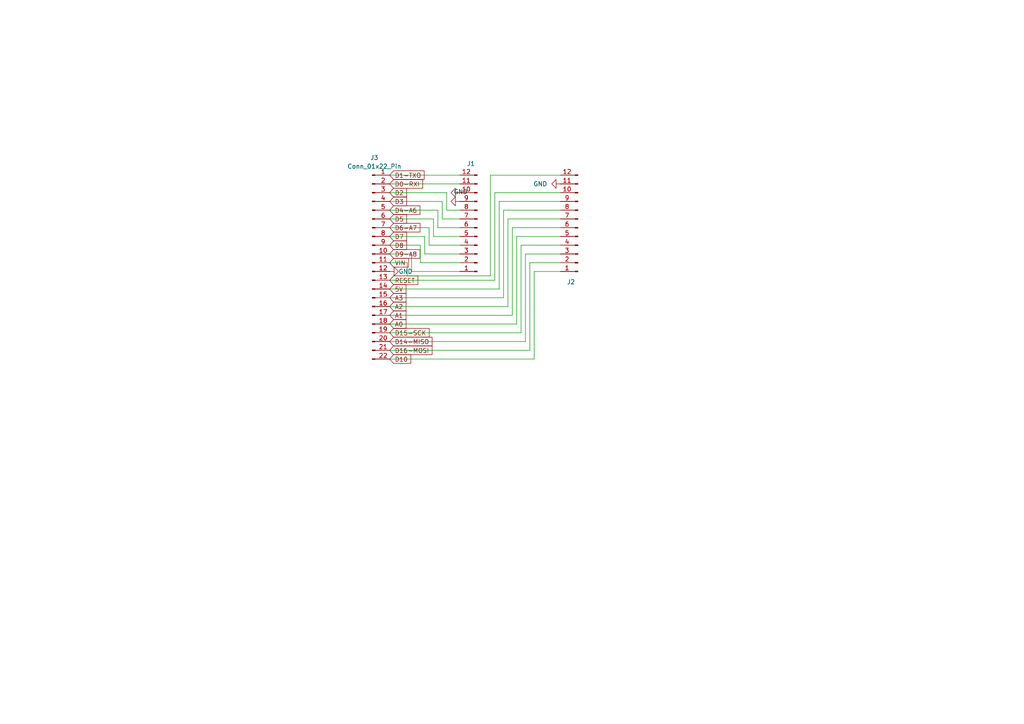
<source format=kicad_sch>
(kicad_sch (version 20231120) (generator "eeschema") (generator_version "8.0")
  (paper "A4")
  (lib_symbols
    (symbol "Connector:Conn_01x12_Pin" (pin_names (offset 1.016) hide)
      (property "Reference" "J" (at 0 15.24 0))
      (property "Value" "Conn_01x12_Pin" (at 0 -17.78 0))
      (symbol "Conn_01x12_Pin_1_1"
        (polyline (pts (xy 1.27 -15.24) (xy 0.8636 -15.24)) (stroke (width 0.1524)))
        (polyline (pts (xy 1.27 -12.7) (xy 0.8636 -12.7)) (stroke (width 0.1524)))
        (polyline (pts (xy 1.27 -10.16) (xy 0.8636 -10.16)) (stroke (width 0.1524)))
        (polyline (pts (xy 1.27 -7.62) (xy 0.8636 -7.62)) (stroke (width 0.1524)))
        (polyline (pts (xy 1.27 -5.08) (xy 0.8636 -5.08)) (stroke (width 0.1524)))
        (polyline (pts (xy 1.27 -2.54) (xy 0.8636 -2.54)) (stroke (width 0.1524)))
        (polyline (pts (xy 1.27 0) (xy 0.8636 0)) (stroke (width 0.1524)))
        (polyline (pts (xy 1.27 2.54) (xy 0.8636 2.54)) (stroke (width 0.1524)))
        (polyline (pts (xy 1.27 5.08) (xy 0.8636 5.08)) (stroke (width 0.1524)))
        (polyline (pts (xy 1.27 7.62) (xy 0.8636 7.62)) (stroke (width 0.1524)))
        (polyline (pts (xy 1.27 10.16) (xy 0.8636 10.16)) (stroke (width 0.1524)))
        (polyline (pts (xy 1.27 12.7) (xy 0.8636 12.7)) (stroke (width 0.1524)))
        (rectangle (start 0.8636 -15.113) (end 0 -15.367) (stroke (width 0.1524)) (fill (type outline)))
        (rectangle (start 0.8636 -12.573) (end 0 -12.827) (stroke (width 0.1524)) (fill (type outline)))
        (rectangle (start 0.8636 -10.033) (end 0 -10.287) (stroke (width 0.1524)) (fill (type outline)))
        (rectangle (start 0.8636 -7.493) (end 0 -7.747) (stroke (width 0.1524)) (fill (type outline)))
        (rectangle (start 0.8636 -4.953) (end 0 -5.207) (stroke (width 0.1524)) (fill (type outline)))
        (rectangle (start 0.8636 -2.413) (end 0 -2.667) (stroke (width 0.1524)) (fill (type outline)))
        (rectangle (start 0.8636 0.127) (end 0 -0.127) (stroke (width 0.1524)) (fill (type outline)))
        (rectangle (start 0.8636 2.667) (end 0 2.413) (stroke (width 0.1524)) (fill (type outline)))
        (rectangle (start 0.8636 5.207) (end 0 4.953) (stroke (width 0.1524)) (fill (type outline)))
        (rectangle (start 0.8636 7.747) (end 0 7.493) (stroke (width 0.1524)) (fill (type outline)))
        (rectangle (start 0.8636 10.287) (end 0 10.033) (stroke (width 0.1524)) (fill (type outline)))
        (rectangle (start 0.8636 12.827) (end 0 12.573) (stroke (width 0.1524)) (fill (type outline)))
        (pin passive line (at 5.08 12.7 180) (length 3.81) (name "Pin_1") (number "1"))
        (pin passive line (at 5.08 -10.16 180) (length 3.81) (name "Pin_10") (number "10"))
        (pin passive line (at 5.08 -12.7 180) (length 3.81) (name "Pin_11") (number "11"))
        (pin passive line (at 5.08 -15.24 180) (length 3.81) (name "Pin_12") (number "12"))
        (pin passive line (at 5.08 10.16 180) (length 3.81) (name "Pin_2") (number "2"))
        (pin passive line (at 5.08 7.62 180) (length 3.81) (name "Pin_3") (number "3"))
        (pin passive line (at 5.08 5.08 180) (length 3.81) (name "Pin_4") (number "4"))
        (pin passive line (at 5.08 2.54 180) (length 3.81) (name "Pin_5") (number "5"))
        (pin passive line (at 5.08 0 180) (length 3.81) (name "Pin_6") (number "6"))
        (pin passive line (at 5.08 -2.54 180) (length 3.81) (name "Pin_7") (number "7"))
        (pin passive line (at 5.08 -5.08 180) (length 3.81) (name "Pin_8") (number "8"))
        (pin passive line (at 5.08 -7.62 180) (length 3.81) (name "Pin_9") (number "9"))
      )
    )
    (symbol "Connector:Conn_01x22_Pin" (pin_names (offset 1.016) hide)
      (property "Reference" "J" (at 0 27.94 0))
      (property "Value" "Conn_01x22_Pin" (at 0 -30.48 0))
      (symbol "Conn_01x22_Pin_1_1"
        (polyline (pts (xy 1.27 -27.94) (xy 0.8636 -27.94)) (stroke (width 0.1524)))
        (polyline (pts (xy 1.27 -25.4) (xy 0.8636 -25.4)) (stroke (width 0.1524)))
        (polyline (pts (xy 1.27 -22.86) (xy 0.8636 -22.86)) (stroke (width 0.1524)))
        (polyline (pts (xy 1.27 -20.32) (xy 0.8636 -20.32)) (stroke (width 0.1524)))
        (polyline (pts (xy 1.27 -17.78) (xy 0.8636 -17.78)) (stroke (width 0.1524)))
        (polyline (pts (xy 1.27 -15.24) (xy 0.8636 -15.24)) (stroke (width 0.1524)))
        (polyline (pts (xy 1.27 -12.7) (xy 0.8636 -12.7)) (stroke (width 0.1524)))
        (polyline (pts (xy 1.27 -10.16) (xy 0.8636 -10.16)) (stroke (width 0.1524)))
        (polyline (pts (xy 1.27 -7.62) (xy 0.8636 -7.62)) (stroke (width 0.1524)))
        (polyline (pts (xy 1.27 -5.08) (xy 0.8636 -5.08)) (stroke (width 0.1524)))
        (polyline (pts (xy 1.27 -2.54) (xy 0.8636 -2.54)) (stroke (width 0.1524)))
        (polyline (pts (xy 1.27 0) (xy 0.8636 0)) (stroke (width 0.1524)))
        (polyline (pts (xy 1.27 2.54) (xy 0.8636 2.54)) (stroke (width 0.1524)))
        (polyline (pts (xy 1.27 5.08) (xy 0.8636 5.08)) (stroke (width 0.1524)))
        (polyline (pts (xy 1.27 7.62) (xy 0.8636 7.62)) (stroke (width 0.1524)))
        (polyline (pts (xy 1.27 10.16) (xy 0.8636 10.16)) (stroke (width 0.1524)))
        (polyline (pts (xy 1.27 12.7) (xy 0.8636 12.7)) (stroke (width 0.1524)))
        (polyline (pts (xy 1.27 15.24) (xy 0.8636 15.24)) (stroke (width 0.1524)))
        (polyline (pts (xy 1.27 17.78) (xy 0.8636 17.78)) (stroke (width 0.1524)))
        (polyline (pts (xy 1.27 20.32) (xy 0.8636 20.32)) (stroke (width 0.1524)))
        (polyline (pts (xy 1.27 22.86) (xy 0.8636 22.86)) (stroke (width 0.1524)))
        (polyline (pts (xy 1.27 25.4) (xy 0.8636 25.4)) (stroke (width 0.1524)))
        (rectangle (start 0.8636 -27.813) (end 0 -28.067) (stroke (width 0.1524)) (fill (type outline)))
        (rectangle (start 0.8636 -25.273) (end 0 -25.527) (stroke (width 0.1524)) (fill (type outline)))
        (rectangle (start 0.8636 -22.733) (end 0 -22.987) (stroke (width 0.1524)) (fill (type outline)))
        (rectangle (start 0.8636 -20.193) (end 0 -20.447) (stroke (width 0.1524)) (fill (type outline)))
        (rectangle (start 0.8636 -17.653) (end 0 -17.907) (stroke (width 0.1524)) (fill (type outline)))
        (rectangle (start 0.8636 -15.113) (end 0 -15.367) (stroke (width 0.1524)) (fill (type outline)))
        (rectangle (start 0.8636 -12.573) (end 0 -12.827) (stroke (width 0.1524)) (fill (type outline)))
        (rectangle (start 0.8636 -10.033) (end 0 -10.287) (stroke (width 0.1524)) (fill (type outline)))
        (rectangle (start 0.8636 -7.493) (end 0 -7.747) (stroke (width 0.1524)) (fill (type outline)))
        (rectangle (start 0.8636 -4.953) (end 0 -5.207) (stroke (width 0.1524)) (fill (type outline)))
        (rectangle (start 0.8636 -2.413) (end 0 -2.667) (stroke (width 0.1524)) (fill (type outline)))
        (rectangle (start 0.8636 0.127) (end 0 -0.127) (stroke (width 0.1524)) (fill (type outline)))
        (rectangle (start 0.8636 2.667) (end 0 2.413) (stroke (width 0.1524)) (fill (type outline)))
        (rectangle (start 0.8636 5.207) (end 0 4.953) (stroke (width 0.1524)) (fill (type outline)))
        (rectangle (start 0.8636 7.747) (end 0 7.493) (stroke (width 0.1524)) (fill (type outline)))
        (rectangle (start 0.8636 10.287) (end 0 10.033) (stroke (width 0.1524)) (fill (type outline)))
        (rectangle (start 0.8636 12.827) (end 0 12.573) (stroke (width 0.1524)) (fill (type outline)))
        (rectangle (start 0.8636 15.367) (end 0 15.113) (stroke (width 0.1524)) (fill (type outline)))
        (rectangle (start 0.8636 17.907) (end 0 17.653) (stroke (width 0.1524)) (fill (type outline)))
        (rectangle (start 0.8636 20.447) (end 0 20.193) (stroke (width 0.1524)) (fill (type outline)))
        (rectangle (start 0.8636 22.987) (end 0 22.733) (stroke (width 0.1524)) (fill (type outline)))
        (rectangle (start 0.8636 25.527) (end 0 25.273) (stroke (width 0.1524)) (fill (type outline)))
        (pin passive line (at 5.08 25.4 180) (length 3.81) (name "Pin_1") (number "1"))
        (pin passive line (at 5.08 2.54 180) (length 3.81) (name "Pin_10") (number "10"))
        (pin passive line (at 5.08 0 180) (length 3.81) (name "Pin_11") (number "11"))
        (pin passive line (at 5.08 -2.54 180) (length 3.81) (name "Pin_12") (number "12"))
        (pin passive line (at 5.08 -5.08 180) (length 3.81) (name "Pin_13") (number "13"))
        (pin passive line (at 5.08 -7.62 180) (length 3.81) (name "Pin_14") (number "14"))
        (pin passive line (at 5.08 -10.16 180) (length 3.81) (name "Pin_15") (number "15"))
        (pin passive line (at 5.08 -12.7 180) (length 3.81) (name "Pin_16") (number "16"))
        (pin passive line (at 5.08 -15.24 180) (length 3.81) (name "Pin_17") (number "17"))
        (pin passive line (at 5.08 -17.78 180) (length 3.81) (name "Pin_18") (number "18"))
        (pin passive line (at 5.08 -20.32 180) (length 3.81) (name "Pin_19") (number "19"))
        (pin passive line (at 5.08 22.86 180) (length 3.81) (name "Pin_2") (number "2"))
        (pin passive line (at 5.08 -22.86 180) (length 3.81) (name "Pin_20") (number "20"))
        (pin passive line (at 5.08 -25.4 180) (length 3.81) (name "Pin_21") (number "21"))
        (pin passive line (at 5.08 -27.94 180) (length 3.81) (name "Pin_22") (number "22"))
        (pin passive line (at 5.08 20.32 180) (length 3.81) (name "Pin_3") (number "3"))
        (pin passive line (at 5.08 17.78 180) (length 3.81) (name "Pin_4") (number "4"))
        (pin passive line (at 5.08 15.24 180) (length 3.81) (name "Pin_5") (number "5"))
        (pin passive line (at 5.08 12.7 180) (length 3.81) (name "Pin_6") (number "6"))
        (pin passive line (at 5.08 10.16 180) (length 3.81) (name "Pin_7") (number "7"))
        (pin passive line (at 5.08 7.62 180) (length 3.81) (name "Pin_8") (number "8"))
        (pin passive line (at 5.08 5.08 180) (length 3.81) (name "Pin_9") (number "9"))
      )
    )
    (symbol "power:GND" (power) (pin_numbers hide) (pin_names (offset 0) hide)
      (property "Value" "GND" (at 0 -3.81 0))
      (symbol "GND_0_1"
        (polyline (pts (xy 0 0) (xy 0 -1.27) (xy 1.27 -1.27) (xy 0 -2.54) (xy -1.27 -1.27) (xy 0 -1.27)))
      )
      (symbol "GND_1_1"
        (pin power_in line (at 0 0 270) (length 0) (name "~") (number "1"))
      )
    )
  )
  (wire (pts (xy 113.03 55.88) (xy 129.54 55.88)))
  (wire (pts (xy 147.32 63.5) (xy 147.32 88.9)))
  (wire (pts (xy 151.13 71.12) (xy 151.13 96.52)))
  (wire (pts (xy 113.03 93.98) (xy 149.86 93.98)))
  (wire (pts (xy 162.56 68.58) (xy 149.86 68.58)))
  (wire (pts (xy 133.35 66.04) (xy 127 66.04)))
  (wire (pts (xy 121.92 76.2) (xy 121.92 71.12)))
  (wire (pts (xy 113.03 63.5) (xy 125.73 63.5)))
  (wire (pts (xy 113.03 101.6) (xy 153.67 101.6)))
  (wire (pts (xy 133.35 63.5) (xy 128.27 63.5)))
  (wire (pts (xy 113.03 99.06) (xy 152.4 99.06)))
  (wire (pts (xy 113.03 96.52) (xy 151.13 96.52)))
  (wire (pts (xy 128.27 63.5) (xy 128.27 58.42)))
  (wire (pts (xy 113.03 83.82) (xy 144.78 83.82)))
  (wire (pts (xy 133.35 78.74) (xy 119.38 78.74)))
  (wire (pts (xy 113.03 58.42) (xy 128.27 58.42)))
  (wire (pts (xy 143.51 55.88) (xy 162.56 55.88)))
  (wire (pts (xy 113.03 66.04) (xy 124.46 66.04)))
  (wire (pts (xy 113.03 53.34) (xy 133.35 53.34)))
  (wire (pts (xy 162.56 71.12) (xy 151.13 71.12)))
  (wire (pts (xy 162.56 58.42) (xy 144.78 58.42)))
  (wire (pts (xy 113.03 50.8) (xy 133.35 50.8)))
  (wire (pts (xy 162.56 63.5) (xy 147.32 63.5)))
  (wire (pts (xy 162.56 76.2) (xy 153.67 76.2)))
  (wire (pts (xy 144.78 58.42) (xy 144.78 83.82)))
  (wire (pts (xy 142.24 50.8) (xy 142.24 80.01)))
  (wire (pts (xy 152.4 73.66) (xy 152.4 99.06)))
  (wire (pts (xy 127 66.04) (xy 127 60.96)))
  (wire (pts (xy 133.35 73.66) (xy 123.19 73.66)))
  (wire (pts (xy 113.03 86.36) (xy 146.05 86.36)))
  (wire (pts (xy 154.94 78.74) (xy 154.94 104.14)))
  (wire (pts (xy 133.35 76.2) (xy 121.92 76.2)))
  (wire (pts (xy 133.35 60.96) (xy 129.54 60.96)))
  (wire (pts (xy 119.38 78.74) (xy 119.38 73.66)))
  (wire (pts (xy 113.03 88.9) (xy 147.32 88.9)))
  (wire (pts (xy 113.03 60.96) (xy 127 60.96)))
  (wire (pts (xy 162.56 66.04) (xy 148.59 66.04)))
  (wire (pts (xy 123.19 68.58) (xy 113.03 68.58)))
  (wire (pts (xy 125.73 68.58) (xy 125.73 63.5)))
  (wire (pts (xy 162.56 50.8) (xy 142.24 50.8)))
  (wire (pts (xy 121.92 71.12) (xy 113.03 71.12)))
  (wire (pts (xy 162.56 73.66) (xy 152.4 73.66)))
  (wire (pts (xy 148.59 66.04) (xy 148.59 91.44)))
  (wire (pts (xy 153.67 76.2) (xy 153.67 101.6)))
  (wire (pts (xy 118.11 76.2) (xy 113.03 76.2)))
  (wire (pts (xy 133.35 68.58) (xy 125.73 68.58)))
  (wire (pts (xy 149.86 68.58) (xy 149.86 93.98)))
  (wire (pts (xy 118.11 80.01) (xy 118.11 76.2)))
  (wire (pts (xy 146.05 60.96) (xy 146.05 86.36)))
  (wire (pts (xy 133.35 71.12) (xy 124.46 71.12)))
  (wire (pts (xy 113.03 91.44) (xy 148.59 91.44)))
  (wire (pts (xy 143.51 55.88) (xy 143.51 81.28)))
  (wire (pts (xy 123.19 73.66) (xy 123.19 68.58)))
  (wire (pts (xy 162.56 78.74) (xy 154.94 78.74)))
  (wire (pts (xy 113.03 104.14) (xy 154.94 104.14)))
  (wire (pts (xy 119.38 73.66) (xy 113.03 73.66)))
  (wire (pts (xy 113.03 81.28) (xy 143.51 81.28)))
  (wire (pts (xy 129.54 60.96) (xy 129.54 55.88)))
  (wire (pts (xy 124.46 71.12) (xy 124.46 66.04)))
  (wire (pts (xy 142.24 80.01) (xy 118.11 80.01)))
  (wire (pts (xy 162.56 60.96) (xy 146.05 60.96)))
  (global_label "D8" (shape input) (at 113.03 71.12 0) (property "Intersheetrefs" "${INTERSHEET_REFS}" (effects (hide yes))))
  (global_label "A1" (shape input) (at 113.03 91.44 0) (property "Intersheetrefs" "${INTERSHEET_REFS}" (effects (hide yes))))
  (global_label "A0" (shape input) (at 113.03 93.98 0) (property "Intersheetrefs" "${INTERSHEET_REFS}" (effects (hide yes))))
  (global_label "D7" (shape input) (at 113.03 68.58 0) (property "Intersheetrefs" "${INTERSHEET_REFS}" (effects (hide yes))))
  (global_label "D10" (shape input) (at 113.03 104.14 0) (property "Intersheetrefs" "${INTERSHEET_REFS}" (effects (hide yes))))
  (global_label "D16-MOSI" (shape input) (at 113.03 101.6 0) (property "Intersheetrefs" "${INTERSHEET_REFS}" (effects (hide yes))))
  (global_label "D14-MISO" (shape input) (at 113.03 99.06 0) (property "Intersheetrefs" "${INTERSHEET_REFS}" (effects (hide yes))))
  (global_label "D5" (shape input) (at 113.03 63.5 0) (property "Intersheetrefs" "${INTERSHEET_REFS}" (effects (hide yes))))
  (global_label "D4-A6" (shape input) (at 113.03 60.96 0) (property "Intersheetrefs" "${INTERSHEET_REFS}" (effects (hide yes))))
  (global_label "D6-A7" (shape input) (at 113.03 66.04 0) (property "Intersheetrefs" "${INTERSHEET_REFS}" (effects (hide yes))))
  (global_label "D1-TXO" (shape input) (at 113.03 50.8 0) (property "Intersheetrefs" "${INTERSHEET_REFS}" (effects (hide yes))))
  (global_label "RESET" (shape input) (at 113.03 81.28 0) (property "Intersheetrefs" "${INTERSHEET_REFS}" (effects (hide yes))))
  (global_label "D2" (shape input) (at 113.03 55.88 0) (property "Intersheetrefs" "${INTERSHEET_REFS}" (effects (hide yes))))
  (global_label "VIN" (shape input) (at 113.03 76.2 0) (property "Intersheetrefs" "${INTERSHEET_REFS}" (effects (hide yes))))
  (global_label "D3" (shape input) (at 113.03 58.42 0) (property "Intersheetrefs" "${INTERSHEET_REFS}" (effects (hide yes))))
  (global_label "5V" (shape input) (at 113.03 83.82 0) (property "Intersheetrefs" "${INTERSHEET_REFS}" (effects (hide yes))))
  (global_label "D15-SCK" (shape input) (at 113.03 96.52 0) (property "Intersheetrefs" "${INTERSHEET_REFS}" (effects (hide yes))))
  (global_label "A2" (shape input) (at 113.03 88.9 0) (property "Intersheetrefs" "${INTERSHEET_REFS}" (effects (hide yes))))
  (global_label "D9-A8" (shape input) (at 113.03 73.66 0) (property "Intersheetrefs" "${INTERSHEET_REFS}" (effects (hide yes))))
  (global_label "A3" (shape input) (at 113.03 86.36 0) (property "Intersheetrefs" "${INTERSHEET_REFS}" (effects (hide yes))))
  (global_label "D0-RXI" (shape input) (at 113.03 53.34 0) (property "Intersheetrefs" "${INTERSHEET_REFS}" (effects (hide yes))))
  (symbol (lib_id "Connector:Conn_01x22_Pin") (at 107.95 76.2 0) (unit 1)
    (property "Reference" "J3" (at 108.585 45.72 0))
    (property "Value" "Conn_01x22_Pin" (at 108.585 48.26 0))
    (property "Footprint" "Connector_PinHeader_2.54mm:PinHeader_1x22_P2.54mm_Vertical" (effects (hide yes)))
    (property "Description" "Generic connector, single row, 01x22, script generated" (effects (hide yes)))
  )
  (symbol (lib_id "power:GND") (at 133.35 58.42 270) (unit 1)
    (property "Reference" "#PWR02" (effects (hide yes)))
    (property "Value" "GND" (effects (hide yes)))
    (property "Description" "Power symbol creates a global label with name \"GND\" , ground" (effects (hide yes)))
  )
  (symbol (lib_id "power:GND") (at 113.03 78.74 90) (unit 1)
    (property "Reference" "#PWR04" (effects (hide yes)))
    (property "Value" "GND" (at 115.57 78.74 90) (effects (justify right)))
    (property "Description" "Power symbol creates a global label with name \"GND\" , ground" (effects (hide yes)))
  )
  (symbol (lib_id "power:GND") (at 162.56 53.34 270) (unit 1)
    (property "Reference" "#PWR03" (effects (hide yes)))
    (property "Value" "GND" (at 158.75 53.3399 90) (effects (justify right)))
    (property "Description" "Power symbol creates a global label with name \"GND\" , ground" (effects (hide yes)))
  )
  (symbol (lib_id "Connector:Conn_01x12_Pin") (at 167.64 66.04 180) (unit 1)
    (property "Reference" "J2" (at 165.608 81.788 0))
    (property "Value" "Conn_01x12_Pin" (effects (hide yes)))
    (property "Footprint" "Connector_PinHeader_2.54mm:PinHeader_1x12_P2.54mm_Vertical" (effects (hide yes)))
    (property "Description" "Generic connector, single row, 01x12, script generated" (effects (hide yes)))
  )
  (symbol (lib_id "Connector:Conn_01x12_Pin") (at 138.43 66.04 180) (unit 1)
    (property "Reference" "J1" (at 135.382 47.498 0) (effects (justify right)))
    (property "Value" "Conn_01x12_Pin" (effects (hide yes)))
    (property "Footprint" "Connector_PinHeader_2.54mm:PinHeader_1x12_P2.54mm_Vertical" (effects (hide yes)))
    (property "Description" "Generic connector, single row, 01x12, script generated" (effects (hide yes)))
  )
  (symbol (lib_id "power:GND") (at 133.35 55.88 270) (unit 1)
    (property "Reference" "#PWR01" (effects (hide yes)))
    (property "Value" "GND" (at 133.604 55.626 90))
    (property "Description" "Power symbol creates a global label with name \"GND\" , ground" (effects (hide yes)))
  )
)
</source>
